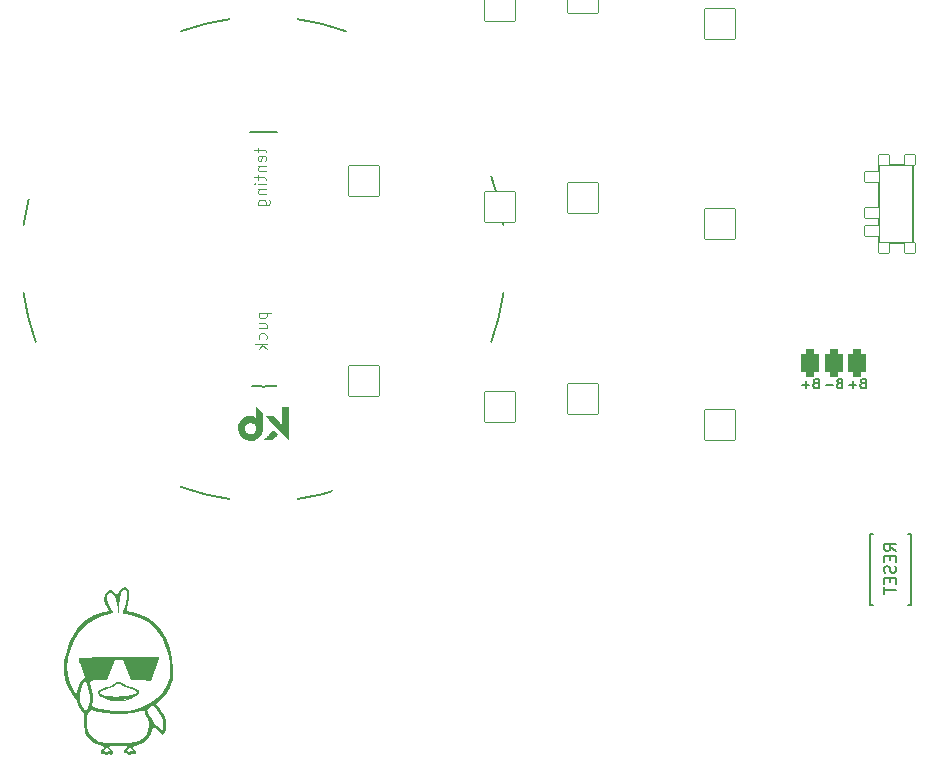
<source format=gbo>
%TF.GenerationSoftware,KiCad,Pcbnew,(6.0.4)*%
%TF.CreationDate,2022-06-17T23:21:50+02:00*%
%TF.ProjectId,basbousa,62617362-6f75-4736-912e-6b696361645f,v1.0.0*%
%TF.SameCoordinates,Original*%
%TF.FileFunction,Legend,Bot*%
%TF.FilePolarity,Positive*%
%FSLAX46Y46*%
G04 Gerber Fmt 4.6, Leading zero omitted, Abs format (unit mm)*
G04 Created by KiCad (PCBNEW (6.0.4)) date 2022-06-17 23:21:50*
%MOMM*%
%LPD*%
G01*
G04 APERTURE LIST*
G04 Aperture macros list*
%AMRoundRect*
0 Rectangle with rounded corners*
0 $1 Rounding radius*
0 $2 $3 $4 $5 $6 $7 $8 $9 X,Y pos of 4 corners*
0 Add a 4 corners polygon primitive as box body*
4,1,4,$2,$3,$4,$5,$6,$7,$8,$9,$2,$3,0*
0 Add four circle primitives for the rounded corners*
1,1,$1+$1,$2,$3*
1,1,$1+$1,$4,$5*
1,1,$1+$1,$6,$7*
1,1,$1+$1,$8,$9*
0 Add four rect primitives between the rounded corners*
20,1,$1+$1,$2,$3,$4,$5,0*
20,1,$1+$1,$4,$5,$6,$7,0*
20,1,$1+$1,$6,$7,$8,$9,0*
20,1,$1+$1,$8,$9,$2,$3,0*%
%AMFreePoly0*
4,1,14,0.035355,0.435355,0.635355,-0.164645,0.650000,-0.200000,0.650000,-0.400000,0.635355,-0.435355,0.600000,-0.450000,-0.600000,-0.450000,-0.635355,-0.435355,-0.650000,-0.400000,-0.650000,-0.200000,-0.635355,-0.164645,-0.035355,0.435355,0.000000,0.450000,0.035355,0.435355,0.035355,0.435355,$1*%
%AMFreePoly1*
4,1,16,0.635355,0.285355,0.650000,0.250000,0.650000,-1.000000,0.635355,-1.035355,0.600000,-1.050000,0.564645,-1.035355,0.000000,-0.470710,-0.564645,-1.035355,-0.600000,-1.050000,-0.635355,-1.035355,-0.650000,-1.000000,-0.650000,0.250000,-0.635355,0.285355,-0.600000,0.300000,0.600000,0.300000,0.635355,0.285355,0.635355,0.285355,$1*%
G04 Aperture macros list end*
%ADD10C,0.150000*%
%ADD11C,0.100000*%
%ADD12C,0.200000*%
%ADD13C,0.010000*%
%ADD14RoundRect,0.375000X-0.375000X-0.750000X0.375000X-0.750000X0.375000X0.750000X-0.375000X0.750000X0*%
%ADD15C,0.250000*%
%ADD16RoundRect,0.425000X-0.375000X-0.750000X0.375000X-0.750000X0.375000X0.750000X-0.375000X0.750000X0*%
%ADD17C,2.100000*%
%ADD18C,3.100000*%
%ADD19C,1.801800*%
%ADD20C,3.529000*%
%ADD21RoundRect,0.050000X-1.054507X-1.505993X1.505993X-1.054507X1.054507X1.505993X-1.505993X1.054507X0*%
%ADD22C,2.132000*%
%ADD23RoundRect,0.050000X-1.181751X-1.408356X1.408356X-1.181751X1.181751X1.408356X-1.408356X1.181751X0*%
%ADD24RoundRect,0.050000X-1.300000X-1.300000X1.300000X-1.300000X1.300000X1.300000X-1.300000X1.300000X0*%
%ADD25RoundRect,0.050000X-1.652413X-0.805936X0.805936X-1.652413X1.652413X0.805936X-0.805936X1.652413X0*%
%ADD26RoundRect,0.050000X-0.450000X0.450000X-0.450000X-0.450000X0.450000X-0.450000X0.450000X0.450000X0*%
%ADD27C,1.100000*%
%ADD28RoundRect,0.050000X-0.625000X0.450000X-0.625000X-0.450000X0.625000X-0.450000X0.625000X0.450000X0*%
%ADD29RoundRect,0.050000X-0.863113X-1.623279X1.623279X-0.863113X0.863113X1.623279X-1.623279X0.863113X0*%
%ADD30C,4.500000*%
%ADD31RoundRect,0.050000X-1.387517X-1.206150X1.206150X-1.387517X1.387517X1.206150X-1.206150X1.387517X0*%
%ADD32FreePoly0,90.000000*%
%ADD33FreePoly0,270.000000*%
%ADD34C,1.700000*%
%ADD35FreePoly1,270.000000*%
%ADD36FreePoly1,90.000000*%
G04 APERTURE END LIST*
D10*
%TO.C,PAD1*%
X154362095Y76489142D02*
X154247809Y76451047D01*
X154209714Y76412952D01*
X154171619Y76336761D01*
X154171619Y76222476D01*
X154209714Y76146285D01*
X154247809Y76108190D01*
X154324000Y76070095D01*
X154628761Y76070095D01*
X154628761Y76870095D01*
X154362095Y76870095D01*
X154285904Y76832000D01*
X154247809Y76793904D01*
X154209714Y76717714D01*
X154209714Y76641523D01*
X154247809Y76565333D01*
X154285904Y76527238D01*
X154362095Y76489142D01*
X154628761Y76489142D01*
X153828761Y76374857D02*
X153219238Y76374857D01*
X153524000Y76070095D02*
X153524000Y76679619D01*
X150362095Y76489142D02*
X150247809Y76451047D01*
X150209714Y76412952D01*
X150171619Y76336761D01*
X150171619Y76222476D01*
X150209714Y76146285D01*
X150247809Y76108190D01*
X150324000Y76070095D01*
X150628761Y76070095D01*
X150628761Y76870095D01*
X150362095Y76870095D01*
X150285904Y76832000D01*
X150247809Y76793904D01*
X150209714Y76717714D01*
X150209714Y76641523D01*
X150247809Y76565333D01*
X150285904Y76527238D01*
X150362095Y76489142D01*
X150628761Y76489142D01*
X149828761Y76374857D02*
X149219238Y76374857D01*
X149524000Y76070095D02*
X149524000Y76679619D01*
X152362095Y76489142D02*
X152247809Y76451047D01*
X152209714Y76412952D01*
X152171619Y76336761D01*
X152171619Y76222476D01*
X152209714Y76146285D01*
X152247809Y76108190D01*
X152324000Y76070095D01*
X152628761Y76070095D01*
X152628761Y76870095D01*
X152362095Y76870095D01*
X152285904Y76832000D01*
X152247809Y76793904D01*
X152209714Y76717714D01*
X152209714Y76641523D01*
X152247809Y76565333D01*
X152285904Y76527238D01*
X152362095Y76489142D01*
X152628761Y76489142D01*
X151828761Y76374857D02*
X151219238Y76374857D01*
%TO.C,B1*%
X157170380Y62285380D02*
X156694190Y62618714D01*
X157170380Y62856809D02*
X156170380Y62856809D01*
X156170380Y62475857D01*
X156218000Y62380619D01*
X156265619Y62333000D01*
X156360857Y62285380D01*
X156503714Y62285380D01*
X156598952Y62333000D01*
X156646571Y62380619D01*
X156694190Y62475857D01*
X156694190Y62856809D01*
X156646571Y61856809D02*
X156646571Y61523476D01*
X157170380Y61380619D02*
X157170380Y61856809D01*
X156170380Y61856809D01*
X156170380Y61380619D01*
X157122761Y60999666D02*
X157170380Y60856809D01*
X157170380Y60618714D01*
X157122761Y60523476D01*
X157075142Y60475857D01*
X156979904Y60428238D01*
X156884666Y60428238D01*
X156789428Y60475857D01*
X156741809Y60523476D01*
X156694190Y60618714D01*
X156646571Y60809190D01*
X156598952Y60904428D01*
X156551333Y60952047D01*
X156456095Y60999666D01*
X156360857Y60999666D01*
X156265619Y60952047D01*
X156218000Y60904428D01*
X156170380Y60809190D01*
X156170380Y60571095D01*
X156218000Y60428238D01*
X156646571Y59999666D02*
X156646571Y59666333D01*
X157170380Y59523476D02*
X157170380Y59999666D01*
X156170380Y59999666D01*
X156170380Y59523476D01*
X156170380Y59237761D02*
X156170380Y58666333D01*
X157170380Y58952047D02*
X156170380Y58952047D01*
D11*
%TO.C,REF\u002A\u002A*%
X103163714Y96416500D02*
X103163714Y96035547D01*
X102830380Y96273642D02*
X103687523Y96273642D01*
X103782761Y96226023D01*
X103830380Y96130785D01*
X103830380Y96035547D01*
X103782761Y95321261D02*
X103830380Y95416500D01*
X103830380Y95606976D01*
X103782761Y95702214D01*
X103687523Y95749833D01*
X103306571Y95749833D01*
X103211333Y95702214D01*
X103163714Y95606976D01*
X103163714Y95416500D01*
X103211333Y95321261D01*
X103306571Y95273642D01*
X103401809Y95273642D01*
X103497047Y95749833D01*
X103163714Y94845071D02*
X103830380Y94845071D01*
X103258952Y94845071D02*
X103211333Y94797452D01*
X103163714Y94702214D01*
X103163714Y94559357D01*
X103211333Y94464119D01*
X103306571Y94416500D01*
X103830380Y94416500D01*
X103163714Y94083166D02*
X103163714Y93702214D01*
X102830380Y93940309D02*
X103687523Y93940309D01*
X103782761Y93892690D01*
X103830380Y93797452D01*
X103830380Y93702214D01*
X103830380Y93368880D02*
X103163714Y93368880D01*
X102830380Y93368880D02*
X102878000Y93416500D01*
X102925619Y93368880D01*
X102878000Y93321261D01*
X102830380Y93368880D01*
X102925619Y93368880D01*
X103163714Y92892690D02*
X103830380Y92892690D01*
X103258952Y92892690D02*
X103211333Y92845071D01*
X103163714Y92749833D01*
X103163714Y92606976D01*
X103211333Y92511738D01*
X103306571Y92464119D01*
X103830380Y92464119D01*
X103163714Y91559357D02*
X103973238Y91559357D01*
X104068476Y91606976D01*
X104116095Y91654595D01*
X104163714Y91749833D01*
X104163714Y91892690D01*
X104116095Y91987928D01*
X103782761Y91559357D02*
X103830380Y91654595D01*
X103830380Y91845071D01*
X103782761Y91940309D01*
X103735142Y91987928D01*
X103639904Y92035547D01*
X103354190Y92035547D01*
X103258952Y91987928D01*
X103211333Y91940309D01*
X103163714Y91845071D01*
X103163714Y91654595D01*
X103211333Y91559357D01*
X103227214Y82462500D02*
X104227214Y82462500D01*
X103274833Y82462500D02*
X103227214Y82367261D01*
X103227214Y82176785D01*
X103274833Y82081547D01*
X103322452Y82033928D01*
X103417690Y81986309D01*
X103703404Y81986309D01*
X103798642Y82033928D01*
X103846261Y82081547D01*
X103893880Y82176785D01*
X103893880Y82367261D01*
X103846261Y82462500D01*
X103227214Y81129166D02*
X103893880Y81129166D01*
X103227214Y81557738D02*
X103751023Y81557738D01*
X103846261Y81510119D01*
X103893880Y81414880D01*
X103893880Y81272023D01*
X103846261Y81176785D01*
X103798642Y81129166D01*
X103846261Y80224404D02*
X103893880Y80319642D01*
X103893880Y80510119D01*
X103846261Y80605357D01*
X103798642Y80652976D01*
X103703404Y80700595D01*
X103417690Y80700595D01*
X103322452Y80652976D01*
X103274833Y80605357D01*
X103227214Y80510119D01*
X103227214Y80319642D01*
X103274833Y80224404D01*
X103893880Y79795833D02*
X102893880Y79795833D01*
X103512928Y79700595D02*
X103893880Y79414880D01*
X103227214Y79414880D02*
X103608166Y79795833D01*
D10*
%TO.C,*%
%TO.C,B1*%
X158468000Y57706000D02*
X158218000Y57706000D01*
X158468000Y63706000D02*
X158468000Y57706000D01*
X154968000Y63706000D02*
X155218000Y63706000D01*
X155218000Y57706000D02*
X154968000Y57706000D01*
X154968000Y57706000D02*
X154968000Y63706000D01*
X158218000Y63706000D02*
X158468000Y63706000D01*
%TO.C,T2*%
X158619000Y89708000D02*
X158619000Y93608000D01*
X155769000Y88358000D02*
X158619000Y88358000D01*
X158619000Y94958000D02*
X155769000Y94958000D01*
X155769000Y94958000D02*
X155769000Y88358000D01*
X158619000Y91658000D02*
X158619000Y94958000D01*
X158619000Y91658000D02*
X158619000Y88358000D01*
D12*
%TO.C,REF\u002A\u002A*%
X106489500Y66675000D02*
G75*
G03*
X110640045Y67708865I-2857506J20320019D01*
G01*
X103632000Y97790000D02*
G75*
G03*
X102503615Y97730864I-6J-10794921D01*
G01*
X83311999Y84137500D02*
G75*
G03*
X84345865Y79986954I20320001J2857500D01*
G01*
X104760385Y97730863D02*
G75*
G03*
X103632000Y97790000I-1128385J-10735763D01*
G01*
X100774500Y107315001D02*
G75*
G03*
X96623954Y106281135I2857500J-20320001D01*
G01*
X103632000Y76199999D02*
G75*
G03*
X104760385Y76259136I0J10794901D01*
G01*
X122918134Y79986952D02*
G75*
G03*
X123952000Y84137500I-19286134J7008048D01*
G01*
X102503615Y76259136D02*
G75*
G03*
X103632000Y76200000I1128379J10735785D01*
G01*
X84345865Y94003044D02*
G75*
G03*
X83312000Y89852500I19286255J-7008074D01*
G01*
X96623955Y67708865D02*
G75*
G03*
X100774500Y66675000I7008045J19286135D01*
G01*
X123952000Y89852500D02*
G75*
G03*
X122918134Y94003048I-20320000J-2857500D01*
G01*
X110640049Y106281133D02*
G75*
G03*
X106489500Y107315000I-7008049J-19286133D01*
G01*
G36*
X103509717Y72564636D02*
G01*
X103507104Y72536241D01*
X103498235Y72489791D01*
X103460682Y72362631D01*
X103405516Y72236768D01*
X103335824Y72118586D01*
X103254693Y72014466D01*
X103246299Y72005300D01*
X103137987Y71904974D01*
X103015567Y71820977D01*
X102882394Y71754998D01*
X102741826Y71708723D01*
X102597218Y71683842D01*
X102496972Y71679359D01*
X102348551Y71690758D01*
X102205132Y71723011D01*
X102068896Y71775034D01*
X101942021Y71845748D01*
X101826688Y71934070D01*
X101725075Y72038919D01*
X101639363Y72159212D01*
X101582108Y72266131D01*
X101528963Y72405367D01*
X101497607Y72549931D01*
X101491103Y72646295D01*
X101986342Y72646295D01*
X101986624Y72641005D01*
X101990942Y72585702D01*
X101998299Y72543410D01*
X102010944Y72504802D01*
X102031125Y72460556D01*
X102052613Y72422229D01*
X102094098Y72363435D01*
X102142155Y72307979D01*
X102191478Y72261785D01*
X102236764Y72230781D01*
X102252931Y72223005D01*
X102293836Y72205645D01*
X102336833Y72189559D01*
X102409660Y72170271D01*
X102513361Y72161750D01*
X102614902Y72174544D01*
X102711688Y72207676D01*
X102801120Y72260169D01*
X102880601Y72331046D01*
X102947535Y72419329D01*
X102976189Y72473474D01*
X103006621Y72567493D01*
X103017193Y72665042D01*
X103008887Y72762990D01*
X102982685Y72858203D01*
X102939572Y72947550D01*
X102880529Y73027896D01*
X102806539Y73096110D01*
X102718587Y73149059D01*
X102704584Y73155345D01*
X102606238Y73185970D01*
X102504886Y73196152D01*
X102403982Y73186832D01*
X102306983Y73158954D01*
X102217347Y73113458D01*
X102138530Y73051288D01*
X102073988Y72973384D01*
X102056218Y72944855D01*
X102012566Y72851432D01*
X101989710Y72753540D01*
X101986342Y72646295D01*
X101491103Y72646295D01*
X101487316Y72702409D01*
X101490877Y72792079D01*
X101513558Y72942358D01*
X101556310Y73084327D01*
X101618120Y73216312D01*
X101697978Y73336637D01*
X101794872Y73443626D01*
X101907792Y73535606D01*
X102035725Y73610899D01*
X102105576Y73643538D01*
X102180714Y73672755D01*
X102252366Y73692247D01*
X102328849Y73704184D01*
X102418484Y73710736D01*
X102436296Y73711404D01*
X102575497Y73704966D01*
X102705880Y73677290D01*
X102828096Y73628186D01*
X102942793Y73557464D01*
X102966927Y73540262D01*
X102991773Y73523919D01*
X103004204Y73517605D01*
X103005112Y73521635D01*
X103006561Y73545442D01*
X103007888Y73588565D01*
X103009057Y73648640D01*
X103010033Y73723302D01*
X103010783Y73810188D01*
X103011272Y73906933D01*
X103011464Y74011173D01*
X103011612Y74504741D01*
X103519316Y73994715D01*
X103519229Y73303001D01*
X103519226Y73291265D01*
X103518965Y73140791D01*
X103518301Y73003519D01*
X103517257Y72880863D01*
X103515854Y72774234D01*
X103514115Y72685045D01*
X103513531Y72665042D01*
X103512062Y72614708D01*
X103509717Y72564636D01*
G37*
D13*
X103509717Y72564636D02*
X103507104Y72536241D01*
X103498235Y72489791D01*
X103460682Y72362631D01*
X103405516Y72236768D01*
X103335824Y72118586D01*
X103254693Y72014466D01*
X103246299Y72005300D01*
X103137987Y71904974D01*
X103015567Y71820977D01*
X102882394Y71754998D01*
X102741826Y71708723D01*
X102597218Y71683842D01*
X102496972Y71679359D01*
X102348551Y71690758D01*
X102205132Y71723011D01*
X102068896Y71775034D01*
X101942021Y71845748D01*
X101826688Y71934070D01*
X101725075Y72038919D01*
X101639363Y72159212D01*
X101582108Y72266131D01*
X101528963Y72405367D01*
X101497607Y72549931D01*
X101491103Y72646295D01*
X101986342Y72646295D01*
X101986624Y72641005D01*
X101990942Y72585702D01*
X101998299Y72543410D01*
X102010944Y72504802D01*
X102031125Y72460556D01*
X102052613Y72422229D01*
X102094098Y72363435D01*
X102142155Y72307979D01*
X102191478Y72261785D01*
X102236764Y72230781D01*
X102252931Y72223005D01*
X102293836Y72205645D01*
X102336833Y72189559D01*
X102409660Y72170271D01*
X102513361Y72161750D01*
X102614902Y72174544D01*
X102711688Y72207676D01*
X102801120Y72260169D01*
X102880601Y72331046D01*
X102947535Y72419329D01*
X102976189Y72473474D01*
X103006621Y72567493D01*
X103017193Y72665042D01*
X103008887Y72762990D01*
X102982685Y72858203D01*
X102939572Y72947550D01*
X102880529Y73027896D01*
X102806539Y73096110D01*
X102718587Y73149059D01*
X102704584Y73155345D01*
X102606238Y73185970D01*
X102504886Y73196152D01*
X102403982Y73186832D01*
X102306983Y73158954D01*
X102217347Y73113458D01*
X102138530Y73051288D01*
X102073988Y72973384D01*
X102056218Y72944855D01*
X102012566Y72851432D01*
X101989710Y72753540D01*
X101986342Y72646295D01*
X101491103Y72646295D01*
X101487316Y72702409D01*
X101490877Y72792079D01*
X101513558Y72942358D01*
X101556310Y73084327D01*
X101618120Y73216312D01*
X101697978Y73336637D01*
X101794872Y73443626D01*
X101907792Y73535606D01*
X102035725Y73610899D01*
X102105576Y73643538D01*
X102180714Y73672755D01*
X102252366Y73692247D01*
X102328849Y73704184D01*
X102418484Y73710736D01*
X102436296Y73711404D01*
X102575497Y73704966D01*
X102705880Y73677290D01*
X102828096Y73628186D01*
X102942793Y73557464D01*
X102966927Y73540262D01*
X102991773Y73523919D01*
X103004204Y73517605D01*
X103005112Y73521635D01*
X103006561Y73545442D01*
X103007888Y73588565D01*
X103009057Y73648640D01*
X103010033Y73723302D01*
X103010783Y73810188D01*
X103011272Y73906933D01*
X103011464Y74011173D01*
X103011612Y74504741D01*
X103519316Y73994715D01*
X103519229Y73303001D01*
X103519226Y73291265D01*
X103518965Y73140791D01*
X103518301Y73003519D01*
X103517257Y72880863D01*
X103515854Y72774234D01*
X103514115Y72685045D01*
X103513531Y72665042D01*
X103512062Y72614708D01*
X103509717Y72564636D01*
G36*
X105712952Y71768644D02*
G01*
X105622108Y71860920D01*
X105608327Y71874916D01*
X105576466Y71907269D01*
X105530519Y71953923D01*
X105471703Y72013641D01*
X105401236Y72085186D01*
X105320337Y72167323D01*
X105230222Y72258816D01*
X105132110Y72358427D01*
X105027218Y72464920D01*
X104916764Y72577060D01*
X104801965Y72693609D01*
X104684040Y72813332D01*
X103836816Y73673469D01*
X104125184Y73676562D01*
X104413552Y73679656D01*
X105216498Y72876956D01*
X105216498Y74510514D01*
X105712952Y74510514D01*
X105712952Y71768644D01*
G37*
X105712952Y71768644D02*
X105622108Y71860920D01*
X105608327Y71874916D01*
X105576466Y71907269D01*
X105530519Y71953923D01*
X105471703Y72013641D01*
X105401236Y72085186D01*
X105320337Y72167323D01*
X105230222Y72258816D01*
X105132110Y72358427D01*
X105027218Y72464920D01*
X104916764Y72577060D01*
X104801965Y72693609D01*
X104684040Y72813332D01*
X103836816Y73673469D01*
X104125184Y73676562D01*
X104413552Y73679656D01*
X105216498Y72876956D01*
X105216498Y74510514D01*
X105712952Y74510514D01*
X105712952Y71768644D01*
G36*
X104419184Y72478331D02*
G01*
X104431413Y72468283D01*
X104456895Y72444663D01*
X104493042Y72409950D01*
X104537266Y72366625D01*
X104586979Y72317170D01*
X104748014Y72155826D01*
X104714132Y72118011D01*
X104710955Y72114519D01*
X104689087Y72091310D01*
X104654741Y72055564D01*
X104610925Y72010384D01*
X104560642Y71958871D01*
X104506900Y71904128D01*
X104333550Y71728059D01*
X103713536Y71728059D01*
X103741837Y71761694D01*
X103744130Y71764385D01*
X103764798Y71787614D01*
X103797556Y71823454D01*
X103840416Y71869799D01*
X103891388Y71924542D01*
X103948484Y71985577D01*
X104009714Y72050796D01*
X104073089Y72118094D01*
X104136622Y72185364D01*
X104198321Y72250499D01*
X104256200Y72311393D01*
X104308267Y72365939D01*
X104352536Y72412031D01*
X104387015Y72447562D01*
X104409718Y72470425D01*
X104418653Y72478514D01*
X104419184Y72478331D01*
G37*
X104419184Y72478331D02*
X104431413Y72468283D01*
X104456895Y72444663D01*
X104493042Y72409950D01*
X104537266Y72366625D01*
X104586979Y72317170D01*
X104748014Y72155826D01*
X104714132Y72118011D01*
X104710955Y72114519D01*
X104689087Y72091310D01*
X104654741Y72055564D01*
X104610925Y72010384D01*
X104560642Y71958871D01*
X104506900Y71904128D01*
X104333550Y71728059D01*
X103713536Y71728059D01*
X103741837Y71761694D01*
X103744130Y71764385D01*
X103764798Y71787614D01*
X103797556Y71823454D01*
X103840416Y71869799D01*
X103891388Y71924542D01*
X103948484Y71985577D01*
X104009714Y72050796D01*
X104073089Y72118094D01*
X104136622Y72185364D01*
X104198321Y72250499D01*
X104256200Y72311393D01*
X104308267Y72365939D01*
X104352536Y72412031D01*
X104387015Y72447562D01*
X104409718Y72470425D01*
X104418653Y72478514D01*
X104419184Y72478331D01*
%TO.C,G\u002A\u002A\u002A*%
G36*
X92090151Y49627570D02*
G01*
X91856858Y49563258D01*
X91606747Y49544050D01*
X91270667Y49555225D01*
X90986219Y49576367D01*
X90716312Y49619910D01*
X90580476Y49661218D01*
X91121943Y49661218D01*
X91172212Y49644332D01*
X91355333Y49637727D01*
X91479582Y49640197D01*
X91585956Y49653481D01*
X91545833Y49674419D01*
X91411551Y49688426D01*
X91164833Y49674419D01*
X91121943Y49661218D01*
X90580476Y49661218D01*
X90454058Y49699662D01*
X90336275Y49750486D01*
X91801597Y49750486D01*
X91802908Y49721584D01*
X91912722Y49706018D01*
X91995945Y49719576D01*
X91963875Y49757170D01*
X91914914Y49770698D01*
X91801597Y49750486D01*
X90336275Y49750486D01*
X90147996Y49831729D01*
X89746667Y50032217D01*
X89668282Y50103879D01*
X89592425Y50280900D01*
X89592991Y50288759D01*
X89799283Y50288759D01*
X89857983Y50173540D01*
X90085333Y50063946D01*
X90307118Y50010411D01*
X90683604Y49968327D01*
X91124575Y49954937D01*
X91591166Y49967895D01*
X92044513Y50004850D01*
X92445752Y50063456D01*
X92756017Y50141363D01*
X92936445Y50236223D01*
X92952870Y50257106D01*
X92927648Y50360963D01*
X92745368Y50474542D01*
X92415354Y50591486D01*
X92240003Y50649272D01*
X91952971Y50770367D01*
X91750142Y50888931D01*
X91523133Y51016450D01*
X91238078Y51033650D01*
X90976467Y50886671D01*
X90852165Y50800634D01*
X90595190Y50675590D01*
X90293677Y50565696D01*
X90185675Y50530865D01*
X89908694Y50408302D01*
X89799283Y50288759D01*
X89592991Y50288759D01*
X89600521Y50393243D01*
X89700681Y50507134D01*
X89931092Y50630227D01*
X90037253Y50675334D01*
X90293403Y50762614D01*
X90481004Y50798141D01*
X90508079Y50800318D01*
X90704595Y50871562D01*
X90916560Y51011667D01*
X90965819Y51051487D01*
X91239808Y51197658D01*
X91507205Y51187960D01*
X91805483Y51022867D01*
X91824727Y51009006D01*
X92105319Y50861058D01*
X92401455Y50772737D01*
X92521155Y50750092D01*
X92839092Y50637187D01*
X93054233Y50476210D01*
X93133333Y50289127D01*
X93129109Y50257106D01*
X93128339Y50251266D01*
X93048156Y50134183D01*
X92852697Y49996498D01*
X92519500Y49821081D01*
X92375777Y49751706D01*
X92301849Y49719576D01*
X92149770Y49653481D01*
X92090151Y49627570D01*
G37*
G36*
X95259442Y46905333D02*
G01*
X95080028Y46693667D01*
X94889847Y46914905D01*
X94698073Y47106204D01*
X94483991Y47273234D01*
X94268316Y47410324D01*
X94167046Y47031686D01*
X94089659Y46807333D01*
X93826231Y46382822D01*
X93454214Y46064981D01*
X93000861Y45880708D01*
X92750623Y45812245D01*
X92577737Y45718440D01*
X92565769Y45611711D01*
X92710000Y45485649D01*
X92812742Y45386672D01*
X92838027Y45320075D01*
X92879333Y45211283D01*
X92867101Y45088285D01*
X92797061Y45052079D01*
X92628231Y45125783D01*
X92504914Y45163962D01*
X92424787Y45083450D01*
X92373787Y45001950D01*
X92253044Y44966823D01*
X92151542Y45075644D01*
X92099140Y45135602D01*
X91942532Y45150436D01*
X91859061Y45142079D01*
X91782767Y45206006D01*
X91807863Y45319653D01*
X91976775Y45319653D01*
X92048529Y45326426D01*
X92135489Y45332391D01*
X92230055Y45228474D01*
X92242357Y45187625D01*
X92279397Y45154979D01*
X92330367Y45277285D01*
X92342796Y45313841D01*
X92410581Y45414172D01*
X92510721Y45371053D01*
X92582415Y45325425D01*
X92676964Y45320075D01*
X92665574Y45373346D01*
X92547918Y45462119D01*
X92438257Y45550734D01*
X92364649Y45701812D01*
X92350157Y45792713D01*
X92312119Y45720000D01*
X92237115Y45597619D01*
X92085970Y45436952D01*
X92038370Y45394588D01*
X91976775Y45319653D01*
X91807863Y45319653D01*
X91812613Y45341165D01*
X91948000Y45508333D01*
X92060721Y45628613D01*
X92117333Y45733122D01*
X92098058Y45749097D01*
X91951057Y45777605D01*
X91690892Y45797310D01*
X91355333Y45804667D01*
X90960743Y45795436D01*
X90703987Y45761712D01*
X90593063Y45696462D01*
X90616460Y45592668D01*
X90762667Y45443312D01*
X90872249Y45318914D01*
X90895969Y45259995D01*
X90932000Y45170496D01*
X90876192Y45067763D01*
X90749393Y45049312D01*
X90632536Y45132400D01*
X90574992Y45161809D01*
X90463905Y45068900D01*
X90453052Y45054460D01*
X90347871Y44966615D01*
X90243433Y45021500D01*
X90175286Y45071084D01*
X89983733Y45127333D01*
X89929490Y45133637D01*
X89840726Y45215190D01*
X89861931Y45331615D01*
X90042325Y45331615D01*
X90101196Y45329547D01*
X90187380Y45333538D01*
X90273434Y45228474D01*
X90285393Y45177281D01*
X90322678Y45140838D01*
X90397544Y45250334D01*
X90432231Y45306915D01*
X90518980Y45368307D01*
X90648640Y45295229D01*
X90710894Y45250200D01*
X90725299Y45259995D01*
X90625277Y45383896D01*
X90485462Y45567764D01*
X90399127Y45720000D01*
X90398865Y45720718D01*
X90360071Y45797530D01*
X90346018Y45709160D01*
X90292576Y45580603D01*
X90148833Y45429234D01*
X90129500Y45414616D01*
X90042325Y45331615D01*
X89861931Y45331615D01*
X89865276Y45349982D01*
X90000667Y45485649D01*
X90091006Y45551564D01*
X90161167Y45676732D01*
X90066699Y45776951D01*
X89810167Y45847352D01*
X89797828Y45849377D01*
X89321255Y46011629D01*
X88920784Y46311861D01*
X88631089Y46724285D01*
X88547814Y46918086D01*
X88483345Y47159840D01*
X88453408Y47456258D01*
X88448903Y47864280D01*
X88448860Y47901843D01*
X88669666Y47901843D01*
X88703855Y47378080D01*
X88863259Y46906486D01*
X89135834Y46517674D01*
X89509535Y46242256D01*
X89547740Y46223624D01*
X89736097Y46145150D01*
X89940546Y46090693D01*
X90199395Y46054516D01*
X90550955Y46030884D01*
X91033535Y46014059D01*
X91604697Y46005675D01*
X92223194Y46023676D01*
X92711581Y46080229D01*
X93090819Y46181432D01*
X93381870Y46333383D01*
X93605694Y46542178D01*
X93783254Y46813915D01*
X93884529Y47050475D01*
X93966471Y47430221D01*
X93955436Y47779890D01*
X93848576Y48045717D01*
X93833639Y48066821D01*
X93726099Y48276554D01*
X93636048Y48533628D01*
X93578673Y48712155D01*
X93506930Y48800658D01*
X93404947Y48778602D01*
X93384596Y48769158D01*
X93206335Y48709770D01*
X92924680Y48633483D01*
X92590784Y48554382D01*
X92525628Y48540603D01*
X91826584Y48453659D01*
X91062673Y48450520D01*
X90306225Y48528041D01*
X89629571Y48683080D01*
X89337909Y48766803D01*
X89078710Y48800246D01*
X88912449Y48736468D01*
X88804247Y48558916D01*
X88719226Y48251036D01*
X88669666Y47901843D01*
X88448860Y47901843D01*
X88448570Y48157704D01*
X88433264Y48435229D01*
X88397135Y48592581D01*
X88336186Y48657889D01*
X88292845Y48685392D01*
X88163348Y48841409D01*
X88030098Y49072370D01*
X87926010Y49316190D01*
X87884000Y49510787D01*
X87877492Y49551718D01*
X87786503Y49725426D01*
X87622447Y49916326D01*
X87466162Y50086417D01*
X88083034Y50086417D01*
X88137891Y49530457D01*
X88172798Y49410235D01*
X88293625Y49134049D01*
X88433471Y48938144D01*
X88631612Y48752000D01*
X88784621Y48985520D01*
X88791980Y48997211D01*
X88884587Y49257259D01*
X88932045Y49618011D01*
X88933874Y50020552D01*
X88889593Y50405965D01*
X88798723Y50715333D01*
X88784513Y50746852D01*
X88680312Y50990303D01*
X88606909Y51181000D01*
X88593108Y51218654D01*
X88546548Y51273984D01*
X88475508Y51214714D01*
X88352074Y51023603D01*
X88175494Y50629602D01*
X88083034Y50086417D01*
X87466162Y50086417D01*
X87391662Y50167498D01*
X87046687Y50728695D01*
X86828912Y51387274D01*
X86740310Y52131605D01*
X86751634Y52349453D01*
X87037333Y52349453D01*
X87051598Y51916053D01*
X87132256Y51369611D01*
X87296742Y50893902D01*
X87559358Y50436515D01*
X87771877Y50123765D01*
X87914579Y50637039D01*
X87972624Y50817483D01*
X88120243Y51145386D01*
X88282024Y51375054D01*
X88506766Y51599797D01*
X88227747Y52389373D01*
X88150937Y52612082D01*
X88054480Y52911971D01*
X87995123Y53124433D01*
X87983469Y53213691D01*
X87993327Y53216156D01*
X88129931Y53225891D01*
X88412109Y53237554D01*
X88821589Y53250639D01*
X89340102Y53264643D01*
X89949378Y53279060D01*
X90631145Y53293386D01*
X91367135Y53307118D01*
X92255177Y53321149D01*
X93039608Y53329805D01*
X93668620Y53331980D01*
X94149312Y53327606D01*
X94488786Y53316614D01*
X94694143Y53298938D01*
X94772483Y53274508D01*
X94767050Y53168229D01*
X94709196Y52937387D01*
X94608276Y52617411D01*
X94474266Y52242808D01*
X94119625Y51302404D01*
X93267568Y51326369D01*
X92415512Y51350333D01*
X91721764Y53043667D01*
X91061220Y53043667D01*
X90714393Y52197000D01*
X90367567Y51350333D01*
X89624569Y51325736D01*
X89581125Y51324380D01*
X89251435Y51316045D01*
X89046381Y51294134D01*
X88947795Y51228177D01*
X88937510Y51087705D01*
X88997359Y50842247D01*
X89109173Y50461333D01*
X89177659Y50153477D01*
X89180290Y50020552D01*
X89189460Y49557344D01*
X89136032Y49119020D01*
X89716516Y48933069D01*
X89841603Y48896360D01*
X90369152Y48790313D01*
X90973967Y48726463D01*
X91596441Y48707253D01*
X92176969Y48735128D01*
X92655943Y48812532D01*
X92706688Y48829326D01*
X93811494Y48829326D01*
X93850368Y48650301D01*
X93978490Y48361811D01*
X94168946Y48035634D01*
X94393603Y47719169D01*
X94624329Y47459817D01*
X94656620Y47430221D01*
X94829582Y47271693D01*
X95003381Y47129176D01*
X95095814Y47074667D01*
X95119990Y47087971D01*
X95156983Y47216558D01*
X95164551Y47442068D01*
X95145264Y47715410D01*
X95101694Y47987490D01*
X95036409Y48209213D01*
X94983846Y48317075D01*
X94810897Y48591777D01*
X94605022Y48852562D01*
X94437735Y49031678D01*
X94314785Y49124283D01*
X94204974Y49127257D01*
X94056613Y49060169D01*
X94044045Y49053534D01*
X93879054Y48935990D01*
X93811494Y48829326D01*
X92706688Y48829326D01*
X93345072Y49040600D01*
X94037636Y49392478D01*
X94638727Y49832535D01*
X95123451Y50342255D01*
X95466911Y50903122D01*
X95546050Y51083499D01*
X95632071Y51325438D01*
X95680933Y51568424D01*
X95702355Y51868489D01*
X95706059Y52281667D01*
X95693847Y52699333D01*
X95604551Y53426649D01*
X95415106Y54106223D01*
X95109351Y54806437D01*
X94904161Y55171778D01*
X94429924Y55784119D01*
X93852712Y56266115D01*
X93164860Y56623495D01*
X92358703Y56861985D01*
X92308022Y56872616D01*
X92016096Y56936566D01*
X91804460Y56987479D01*
X91715967Y57015145D01*
X91713630Y57022716D01*
X91739213Y57134187D01*
X91810757Y57327500D01*
X91886846Y57539207D01*
X91984172Y57898858D01*
X92055789Y58267712D01*
X92091429Y58589494D01*
X92080827Y58807926D01*
X92019249Y58938007D01*
X91857400Y59012667D01*
X91828545Y59010770D01*
X91662876Y58905839D01*
X91540976Y58646886D01*
X91465724Y58242946D01*
X91440000Y57703053D01*
X91433060Y57388386D01*
X91411015Y57130475D01*
X91380090Y57000986D01*
X91346732Y57009934D01*
X91317386Y57167336D01*
X91298501Y57483209D01*
X91271962Y57785990D01*
X91168895Y58198090D01*
X91003192Y58513086D01*
X90789296Y58696561D01*
X90696143Y58729953D01*
X90519528Y58709447D01*
X90415656Y58540138D01*
X90381667Y58218676D01*
X90429683Y57882479D01*
X90607334Y57560621D01*
X90744157Y57372524D01*
X90855912Y57157979D01*
X90831634Y57017781D01*
X90660337Y56923552D01*
X90331037Y56846916D01*
X89974894Y56762944D01*
X89250956Y56473262D01*
X88613053Y56048956D01*
X88070423Y55502637D01*
X87632300Y54846916D01*
X87307920Y54094405D01*
X87106519Y53257713D01*
X87037333Y52349453D01*
X86751634Y52349453D01*
X86782854Y52950057D01*
X86958516Y53830998D01*
X87174637Y54484422D01*
X87560594Y55256015D01*
X88051518Y55909912D01*
X88638665Y56436989D01*
X89313291Y56828122D01*
X90066652Y57074187D01*
X90280479Y57121611D01*
X90486705Y57170687D01*
X90576352Y57196777D01*
X90573828Y57217299D01*
X90509179Y57340230D01*
X90385852Y57532889D01*
X90247409Y57795491D01*
X90164290Y58171560D01*
X90207669Y58522480D01*
X90377818Y58804849D01*
X90497321Y58916981D01*
X90644764Y58996560D01*
X90794198Y58957237D01*
X91004308Y58798407D01*
X91258941Y58584147D01*
X91370637Y58816498D01*
X91502017Y59002620D01*
X91709381Y59176116D01*
X91843944Y59243239D01*
X91971315Y59248022D01*
X92111548Y59144903D01*
X92209675Y59005694D01*
X92281521Y58691329D01*
X92265796Y58264949D01*
X92161780Y57746604D01*
X92114589Y57550014D01*
X92078996Y57339930D01*
X92083079Y57240699D01*
X92152549Y57211120D01*
X92349183Y57156755D01*
X92619750Y57096064D01*
X93106798Y56964555D01*
X93818391Y56638224D01*
X94440856Y56178241D01*
X94967025Y55595014D01*
X95389730Y54898953D01*
X95701804Y54100466D01*
X95896078Y53209961D01*
X95962260Y52281667D01*
X95965384Y52237846D01*
X95965914Y51982525D01*
X95959961Y51628150D01*
X95938003Y51369785D01*
X95891675Y51160285D01*
X95812614Y50952507D01*
X95692459Y50699309D01*
X95433312Y50261863D01*
X94956756Y49716888D01*
X94498261Y49297850D01*
X94754885Y49054092D01*
X94995219Y48770123D01*
X95212833Y48378525D01*
X95357385Y47956541D01*
X95419553Y47543879D01*
X95411282Y47442068D01*
X95390013Y47180241D01*
X95259442Y46905333D01*
G37*
%TD*%
D14*
%TO.C,PAD1*%
X149924000Y78232000D03*
X153924000Y78232000D03*
X151924000Y78232000D03*
%TD*%
%LPC*%
D15*
%TO.C,*%
X37971000Y104648000D02*
G75*
G03*
X37971000Y104648000I-125000J0D01*
G01*
X39495000Y91948000D02*
G75*
G03*
X39495000Y91948000I-125000J0D01*
G01*
X39495000Y94488000D02*
G75*
G03*
X39495000Y94488000I-125000J0D01*
G01*
X37971000Y112268000D02*
G75*
G03*
X37971000Y112268000I-125000J0D01*
G01*
X37971000Y94488000D02*
G75*
G03*
X37971000Y94488000I-125000J0D01*
G01*
X39495000Y99568000D02*
G75*
G03*
X39495000Y99568000I-125000J0D01*
G01*
X39495000Y102108000D02*
G75*
G03*
X39495000Y102108000I-125000J0D01*
G01*
X37971000Y102108000D02*
G75*
G03*
X37971000Y102108000I-125000J0D01*
G01*
X39495000Y107188000D02*
G75*
G03*
X39495000Y107188000I-125000J0D01*
G01*
X37971000Y91948000D02*
G75*
G03*
X37971000Y91948000I-125000J0D01*
G01*
X39495000Y114808000D02*
G75*
G03*
X39495000Y114808000I-125000J0D01*
G01*
X37971000Y107188000D02*
G75*
G03*
X37971000Y107188000I-125000J0D01*
G01*
X39495000Y117348000D02*
G75*
G03*
X39495000Y117348000I-125000J0D01*
G01*
X39495000Y109728000D02*
G75*
G03*
X39495000Y109728000I-125000J0D01*
G01*
X37971000Y99568000D02*
G75*
G03*
X37971000Y99568000I-125000J0D01*
G01*
X39495000Y104648000D02*
G75*
G03*
X39495000Y104648000I-125000J0D01*
G01*
X37971000Y114808000D02*
G75*
G03*
X37971000Y114808000I-125000J0D01*
G01*
X37971000Y97028000D02*
G75*
G03*
X37971000Y97028000I-125000J0D01*
G01*
X39495000Y119888000D02*
G75*
G03*
X39495000Y119888000I-125000J0D01*
G01*
X37971000Y117348000D02*
G75*
G03*
X37971000Y117348000I-125000J0D01*
G01*
X37971000Y119888000D02*
G75*
G03*
X37971000Y119888000I-125000J0D01*
G01*
X39495000Y97028000D02*
G75*
G03*
X39495000Y97028000I-125000J0D01*
G01*
X39495000Y112268000D02*
G75*
G03*
X39495000Y112268000I-125000J0D01*
G01*
X37971000Y109728000D02*
G75*
G03*
X37971000Y109728000I-125000J0D01*
G01*
G36*
X44704000Y119380000D02*
G01*
X43688000Y119380000D01*
X43688000Y120396000D01*
X44704000Y120396000D01*
X44704000Y119380000D01*
G37*
D11*
X44704000Y119380000D02*
X43688000Y119380000D01*
X43688000Y120396000D01*
X44704000Y120396000D01*
X44704000Y119380000D01*
G36*
X33528000Y106680000D02*
G01*
X32512000Y106680000D01*
X32512000Y107696000D01*
X33528000Y107696000D01*
X33528000Y106680000D01*
G37*
X33528000Y106680000D02*
X32512000Y106680000D01*
X32512000Y107696000D01*
X33528000Y107696000D01*
X33528000Y106680000D01*
G36*
X44704000Y104140000D02*
G01*
X43688000Y104140000D01*
X43688000Y105156000D01*
X44704000Y105156000D01*
X44704000Y104140000D01*
G37*
X44704000Y104140000D02*
X43688000Y104140000D01*
X43688000Y105156000D01*
X44704000Y105156000D01*
X44704000Y104140000D01*
G36*
X44704000Y93980000D02*
G01*
X43688000Y93980000D01*
X43688000Y94996000D01*
X44704000Y94996000D01*
X44704000Y93980000D01*
G37*
X44704000Y93980000D02*
X43688000Y93980000D01*
X43688000Y94996000D01*
X44704000Y94996000D01*
X44704000Y93980000D01*
G36*
X44704000Y114300000D02*
G01*
X43688000Y114300000D01*
X43688000Y115316000D01*
X44704000Y115316000D01*
X44704000Y114300000D01*
G37*
X44704000Y114300000D02*
X43688000Y114300000D01*
X43688000Y115316000D01*
X44704000Y115316000D01*
X44704000Y114300000D01*
G36*
X44704000Y91440000D02*
G01*
X43688000Y91440000D01*
X43688000Y92456000D01*
X44704000Y92456000D01*
X44704000Y91440000D01*
G37*
X44704000Y91440000D02*
X43688000Y91440000D01*
X43688000Y92456000D01*
X44704000Y92456000D01*
X44704000Y91440000D01*
G36*
X33528000Y104140000D02*
G01*
X32512000Y104140000D01*
X32512000Y105156000D01*
X33528000Y105156000D01*
X33528000Y104140000D01*
G37*
X33528000Y104140000D02*
X32512000Y104140000D01*
X32512000Y105156000D01*
X33528000Y105156000D01*
X33528000Y104140000D01*
G36*
X44704000Y96520000D02*
G01*
X43688000Y96520000D01*
X43688000Y97536000D01*
X44704000Y97536000D01*
X44704000Y96520000D01*
G37*
X44704000Y96520000D02*
X43688000Y96520000D01*
X43688000Y97536000D01*
X44704000Y97536000D01*
X44704000Y96520000D01*
G36*
X33528000Y91440000D02*
G01*
X32512000Y91440000D01*
X32512000Y92456000D01*
X33528000Y92456000D01*
X33528000Y91440000D01*
G37*
X33528000Y91440000D02*
X32512000Y91440000D01*
X32512000Y92456000D01*
X33528000Y92456000D01*
X33528000Y91440000D01*
G36*
X33528000Y96520000D02*
G01*
X32512000Y96520000D01*
X32512000Y97536000D01*
X33528000Y97536000D01*
X33528000Y96520000D01*
G37*
X33528000Y96520000D02*
X32512000Y96520000D01*
X32512000Y97536000D01*
X33528000Y97536000D01*
X33528000Y96520000D01*
G36*
X33528000Y99060000D02*
G01*
X32512000Y99060000D01*
X32512000Y100076000D01*
X33528000Y100076000D01*
X33528000Y99060000D01*
G37*
X33528000Y99060000D02*
X32512000Y99060000D01*
X32512000Y100076000D01*
X33528000Y100076000D01*
X33528000Y99060000D01*
G36*
X33528000Y93980000D02*
G01*
X32512000Y93980000D01*
X32512000Y94996000D01*
X33528000Y94996000D01*
X33528000Y93980000D01*
G37*
X33528000Y93980000D02*
X32512000Y93980000D01*
X32512000Y94996000D01*
X33528000Y94996000D01*
X33528000Y93980000D01*
G36*
X44704000Y109220000D02*
G01*
X43688000Y109220000D01*
X43688000Y110236000D01*
X44704000Y110236000D01*
X44704000Y109220000D01*
G37*
X44704000Y109220000D02*
X43688000Y109220000D01*
X43688000Y110236000D01*
X44704000Y110236000D01*
X44704000Y109220000D01*
G36*
X33528000Y109220000D02*
G01*
X32512000Y109220000D01*
X32512000Y110236000D01*
X33528000Y110236000D01*
X33528000Y109220000D01*
G37*
X33528000Y109220000D02*
X32512000Y109220000D01*
X32512000Y110236000D01*
X33528000Y110236000D01*
X33528000Y109220000D01*
G36*
X44704000Y106680000D02*
G01*
X43688000Y106680000D01*
X43688000Y107696000D01*
X44704000Y107696000D01*
X44704000Y106680000D01*
G37*
X44704000Y106680000D02*
X43688000Y106680000D01*
X43688000Y107696000D01*
X44704000Y107696000D01*
X44704000Y106680000D01*
G36*
X44704000Y99060000D02*
G01*
X43688000Y99060000D01*
X43688000Y100076000D01*
X44704000Y100076000D01*
X44704000Y99060000D01*
G37*
X44704000Y99060000D02*
X43688000Y99060000D01*
X43688000Y100076000D01*
X44704000Y100076000D01*
X44704000Y99060000D01*
G36*
X44704000Y116840000D02*
G01*
X43688000Y116840000D01*
X43688000Y117856000D01*
X44704000Y117856000D01*
X44704000Y116840000D01*
G37*
X44704000Y116840000D02*
X43688000Y116840000D01*
X43688000Y117856000D01*
X44704000Y117856000D01*
X44704000Y116840000D01*
G36*
X44704000Y111760000D02*
G01*
X43688000Y111760000D01*
X43688000Y112776000D01*
X44704000Y112776000D01*
X44704000Y111760000D01*
G37*
X44704000Y111760000D02*
X43688000Y111760000D01*
X43688000Y112776000D01*
X44704000Y112776000D01*
X44704000Y111760000D01*
G36*
X33528000Y114300000D02*
G01*
X32512000Y114300000D01*
X32512000Y115316000D01*
X33528000Y115316000D01*
X33528000Y114300000D01*
G37*
X33528000Y114300000D02*
X32512000Y114300000D01*
X32512000Y115316000D01*
X33528000Y115316000D01*
X33528000Y114300000D01*
G36*
X33528000Y111760000D02*
G01*
X32512000Y111760000D01*
X32512000Y112776000D01*
X33528000Y112776000D01*
X33528000Y111760000D01*
G37*
X33528000Y111760000D02*
X32512000Y111760000D01*
X32512000Y112776000D01*
X33528000Y112776000D01*
X33528000Y111760000D01*
G36*
X33528000Y119380000D02*
G01*
X32512000Y119380000D01*
X32512000Y120396000D01*
X33528000Y120396000D01*
X33528000Y119380000D01*
G37*
X33528000Y119380000D02*
X32512000Y119380000D01*
X32512000Y120396000D01*
X33528000Y120396000D01*
X33528000Y119380000D01*
G36*
X44704000Y101600000D02*
G01*
X43688000Y101600000D01*
X43688000Y102616000D01*
X44704000Y102616000D01*
X44704000Y101600000D01*
G37*
X44704000Y101600000D02*
X43688000Y101600000D01*
X43688000Y102616000D01*
X44704000Y102616000D01*
X44704000Y101600000D01*
G36*
X33528000Y116840000D02*
G01*
X32512000Y116840000D01*
X32512000Y117856000D01*
X33528000Y117856000D01*
X33528000Y116840000D01*
G37*
X33528000Y116840000D02*
X32512000Y116840000D01*
X32512000Y117856000D01*
X33528000Y117856000D01*
X33528000Y116840000D01*
G36*
X33528000Y101600000D02*
G01*
X32512000Y101600000D01*
X32512000Y102616000D01*
X33528000Y102616000D01*
X33528000Y101600000D01*
G37*
X33528000Y101600000D02*
X32512000Y101600000D01*
X32512000Y102616000D01*
X33528000Y102616000D01*
X33528000Y101600000D01*
%TD*%
D16*
%TO.C,PAD1*%
X149924000Y78232000D03*
X153924000Y78232000D03*
X151924000Y78232000D03*
%TD*%
D17*
%TO.C,B1*%
X156718000Y63956000D03*
X156718000Y57456000D03*
%TD*%
D18*
%TO.C,S11*%
X76973296Y109514099D03*
X71667231Y110812436D03*
D19*
X78116881Y105907895D03*
X67283995Y103997765D03*
D20*
X72700438Y104952830D03*
D18*
X67125219Y107777617D03*
D21*
X68441985Y110243738D03*
D22*
X78284340Y102078801D03*
X68436262Y100342320D03*
D21*
X80198542Y110082797D03*
D22*
X73724962Y99142464D03*
%TD*%
D19*
%TO.C,S15*%
X100384204Y97593524D03*
D20*
X94905133Y97114167D03*
D18*
X89597326Y100414117D03*
X99559273Y101285675D03*
D19*
X89426062Y96634810D03*
D18*
X94386556Y103041525D03*
D22*
X100217298Y93764406D03*
D23*
X91124018Y102756090D03*
D22*
X90255351Y92892848D03*
X95419352Y91236618D03*
D23*
X102821810Y101571110D03*
%TD*%
D19*
%TO.C,S21*%
X109911087Y87686017D03*
D20*
X115411087Y87686017D03*
D19*
X120911087Y87686017D03*
D18*
X110411087Y91436016D03*
X120411087Y91436016D03*
X115411087Y93636017D03*
D22*
X120411087Y83886017D03*
D24*
X112136086Y93636017D03*
D22*
X110411087Y83886017D03*
D24*
X123686087Y91436016D03*
D22*
X115411087Y81786017D03*
%TD*%
D18*
%TO.C,S29*%
X133985000Y109128000D03*
D19*
X128485000Y103178000D03*
D18*
X128985000Y106927999D03*
D19*
X139485000Y103178000D03*
D20*
X133985000Y103178000D03*
D18*
X138985000Y106927999D03*
D22*
X128985000Y99378000D03*
D24*
X130709999Y109128000D03*
D22*
X138985000Y99378000D03*
X133985000Y97278000D03*
D24*
X142260000Y106927999D03*
%TD*%
D18*
%TO.C,S33*%
X154231706Y47565995D03*
X150220364Y51273978D03*
D19*
X143082881Y47438767D03*
X153483585Y43857517D03*
D20*
X148283233Y45648142D03*
D18*
X144776520Y50821676D03*
D22*
X142318481Y43683012D03*
D25*
X147123789Y52340214D03*
D22*
X151773667Y40427331D03*
X146362381Y40069582D03*
D25*
X157328279Y46499759D03*
%TD*%
D19*
%TO.C,S7*%
X73188033Y70514301D03*
D18*
X73029257Y74294153D03*
D20*
X78604476Y71469366D03*
D19*
X84020919Y72424431D03*
D18*
X82877334Y76030635D03*
X77571269Y77328972D03*
D21*
X74346023Y76760274D03*
D22*
X74340300Y66858856D03*
X84188378Y68595337D03*
X79629000Y65659000D03*
D21*
X86102580Y76599333D03*
%TD*%
D26*
%TO.C,T2*%
X158369000Y87958000D03*
X158369000Y95358000D03*
X156169000Y87958000D03*
X156169000Y95358000D03*
D27*
X157269000Y93158000D03*
X157269000Y90158000D03*
D28*
X155194000Y93908000D03*
X155194000Y90908000D03*
X155194000Y89408000D03*
%TD*%
D19*
%TO.C,S1*%
X33339941Y71313701D03*
X43859293Y74529789D03*
D18*
X36860005Y78611758D03*
D20*
X38599617Y72921745D03*
D18*
X42284747Y77969745D03*
X32721700Y75046028D03*
D22*
X34929106Y67825928D03*
X44492153Y70749645D03*
D29*
X33728106Y77654241D03*
D22*
X40324610Y67279547D03*
D29*
X45416645Y78927263D03*
%TD*%
D18*
%TO.C,S5*%
X48785089Y85490480D03*
D19*
X59922682Y84974241D03*
D18*
X52923394Y89056210D03*
D20*
X54663006Y83366197D03*
D19*
X49403330Y81758153D03*
D18*
X58348136Y88414197D03*
D22*
X50992495Y78270380D03*
D29*
X49791495Y88098693D03*
D22*
X60555542Y81194097D03*
X56387999Y77723999D03*
D29*
X61480034Y89371715D03*
%TD*%
D19*
%TO.C,S27*%
X128485000Y86178000D03*
D18*
X128985000Y89927999D03*
D20*
X133985000Y86178000D03*
D18*
X138985000Y89927999D03*
D19*
X139485000Y86178000D03*
D18*
X133985000Y92128000D03*
D22*
X138985000Y82378000D03*
D24*
X130709999Y92128000D03*
D22*
X128985000Y82378000D03*
D24*
X142260000Y89927999D03*
D22*
X133985000Y80278000D03*
%TD*%
D18*
%TO.C,S9*%
X79925315Y92772367D03*
D19*
X70236014Y87256033D03*
X81068900Y89166163D03*
D18*
X74619250Y94070704D03*
D20*
X75652457Y88211098D03*
D18*
X70077238Y91035885D03*
D22*
X71388281Y83600588D03*
X81236359Y85337069D03*
D21*
X71394004Y93502006D03*
X83150561Y93341065D03*
D22*
X76676981Y82400732D03*
%TD*%
D18*
%TO.C,S13*%
X101040921Y84350365D03*
D20*
X96386781Y80178857D03*
D19*
X101865852Y80658214D03*
X90907710Y79699500D03*
D18*
X91078974Y83478807D03*
X95868204Y86106215D03*
D23*
X92605666Y85820780D03*
D22*
X91736999Y75957538D03*
X101698946Y76829096D03*
X96901000Y74301308D03*
D23*
X104303458Y84635800D03*
%TD*%
D18*
%TO.C,S17*%
X98077626Y118220985D03*
X88115679Y117349427D03*
D19*
X87944415Y113570120D03*
D18*
X92904909Y119976835D03*
D20*
X93423486Y114049477D03*
D19*
X98902557Y114528834D03*
D22*
X88773704Y109828158D03*
X98735651Y110699716D03*
D23*
X89642371Y119691400D03*
D22*
X93937705Y108171928D03*
D23*
X101340163Y118506420D03*
%TD*%
D30*
%TO.C,REF\u002A\u002A*%
X84582000Y86995000D03*
X103632000Y106045000D03*
X103632000Y67945000D03*
%TD*%
D19*
%TO.C,S31*%
X134107692Y49264790D03*
D18*
X123894856Y53738098D03*
D19*
X123134488Y50032112D03*
D18*
X129036141Y55583957D03*
D20*
X128621090Y49648451D03*
D18*
X133870497Y53040533D03*
D22*
X133343836Y45508925D03*
D31*
X125769118Y55812410D03*
D22*
X123368195Y46206490D03*
D31*
X137137519Y52812080D03*
D22*
X128209527Y43762823D03*
%TD*%
D18*
%TO.C,S3*%
X57893713Y72799029D03*
X53755408Y69233299D03*
X63318455Y72157016D03*
D19*
X64893001Y68717060D03*
D20*
X59633325Y67109016D03*
D19*
X54373649Y65500972D03*
D22*
X55962814Y62013199D03*
X65525861Y64936916D03*
D29*
X54761814Y71841512D03*
D22*
X61358318Y61466818D03*
D29*
X66450353Y73114534D03*
%TD*%
D18*
%TO.C,S23*%
X110411087Y108436016D03*
X120411087Y108436016D03*
X115411087Y110636017D03*
D19*
X109911087Y104686017D03*
X120911087Y104686017D03*
D20*
X115411087Y104686017D03*
D24*
X112136086Y110636017D03*
D22*
X110411087Y100886017D03*
X120411087Y100886017D03*
X115411087Y98786017D03*
D24*
X123686087Y108436016D03*
%TD*%
D20*
%TO.C,S25*%
X133985000Y69178000D03*
D18*
X128985000Y72927999D03*
D19*
X139485000Y69178000D03*
D18*
X133985000Y75128000D03*
X138985000Y72927999D03*
D19*
X128485000Y69178000D03*
D22*
X138985000Y65378000D03*
D24*
X130709999Y75128000D03*
D22*
X128985000Y65378000D03*
D24*
X142260000Y72927999D03*
D22*
X133985000Y63278000D03*
%TD*%
D18*
%TO.C,S19*%
X110411087Y74436016D03*
D19*
X120911087Y70686017D03*
D18*
X115411087Y76636017D03*
D20*
X115411087Y70686017D03*
D18*
X120411087Y74436016D03*
D19*
X109911087Y70686017D03*
D24*
X112136086Y76636017D03*
D22*
X110411087Y66886017D03*
X120411087Y66886017D03*
D24*
X123686087Y74436016D03*
D22*
X115411087Y64786017D03*
%TD*%
D32*
%TO.C,*%
X44450000Y112268000D03*
D33*
X32766000Y94488000D03*
D34*
X46228000Y99568000D03*
D32*
X44450000Y91948000D03*
D33*
X32766000Y114808000D03*
D32*
X44450000Y102108000D03*
D34*
X46228000Y91948000D03*
X30988000Y97028000D03*
X30988000Y112268000D03*
X46228000Y104648000D03*
D32*
X44450000Y109728000D03*
X44450000Y97028000D03*
X44450000Y119888000D03*
D34*
X46228000Y102108000D03*
D33*
X32766000Y99568000D03*
X32766000Y112268000D03*
D34*
X30988000Y104648000D03*
X30988000Y94488000D03*
X30988000Y102108000D03*
D32*
X44450000Y114808000D03*
D33*
X32766000Y117348000D03*
X32766000Y107188000D03*
D34*
X46228000Y94488000D03*
D33*
X32766000Y119888000D03*
D32*
X44450000Y99568000D03*
D34*
X30988000Y99568000D03*
X30988000Y114808000D03*
X30988000Y109728000D03*
X46228000Y112268000D03*
D33*
X32766000Y104648000D03*
D32*
X44450000Y117348000D03*
D34*
X30988000Y119888000D03*
X46228000Y119888000D03*
D33*
X32766000Y97028000D03*
D34*
X46228000Y117348000D03*
X46228000Y97028000D03*
X46228000Y114808000D03*
D32*
X44450000Y107188000D03*
D33*
X32766000Y109728000D03*
D34*
X30988000Y91948000D03*
D32*
X44450000Y94488000D03*
X44450000Y104648000D03*
D34*
X30988000Y107188000D03*
X46228000Y109728000D03*
D33*
X32766000Y91948000D03*
D34*
X30988000Y117348000D03*
X46228000Y107188000D03*
D33*
X32766000Y102108000D03*
D35*
X33782000Y119888000D03*
X33782000Y117348000D03*
X33782000Y114808000D03*
X33782000Y112268000D03*
X33782000Y109728000D03*
X33782000Y107188000D03*
X33782000Y104648000D03*
X33782000Y102108000D03*
X33782000Y99568000D03*
X33782000Y97028000D03*
X33782000Y94488000D03*
X33782000Y91948000D03*
D36*
X43434000Y91948000D03*
X43434000Y94488000D03*
X43434000Y97028000D03*
X43434000Y99568000D03*
X43434000Y102108000D03*
X43434000Y104648000D03*
X43434000Y107188000D03*
X43434000Y109728000D03*
X43434000Y112268000D03*
X43434000Y114808000D03*
X43434000Y117348000D03*
X43434000Y119888000D03*
%TD*%
M02*

</source>
